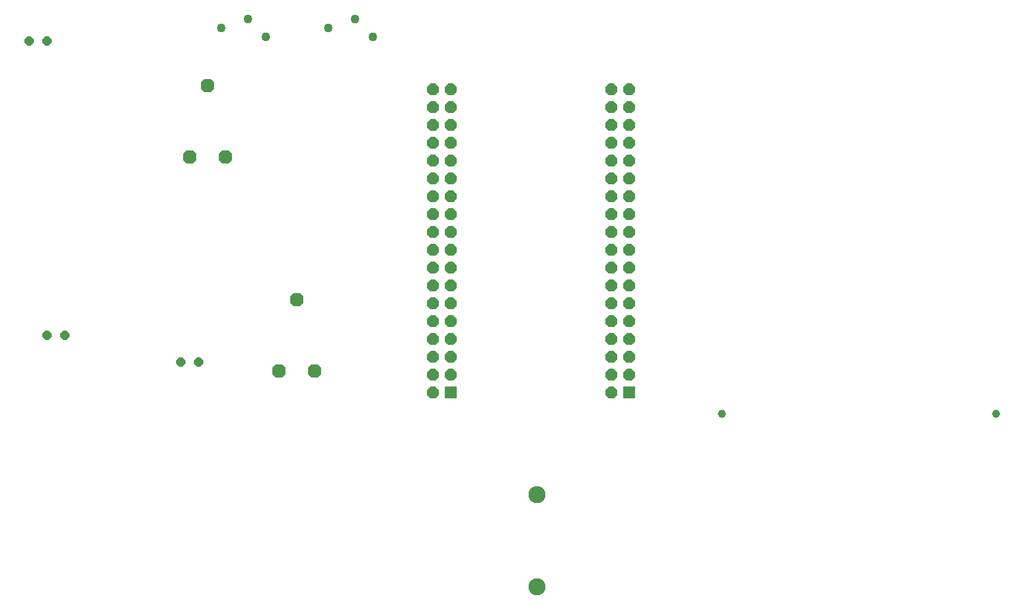
<source format=gbr>
G04 EAGLE Gerber RS-274X export*
G75*
%MOMM*%
%FSLAX34Y34*%
%LPD*%
%INSoldermask Bottom*%
%IPPOS*%
%AMOC8*
5,1,8,0,0,1.08239X$1,22.5*%
G01*
%ADD10C,1.152400*%
%ADD11P,1.396628X8X22.500000*%
%ADD12P,2.089446X8X22.500000*%
%ADD13C,1.272400*%
%ADD14R,1.676400X1.676400*%
%ADD15P,1.814519X8X112.500000*%
%ADD16C,2.452400*%


D10*
X1125800Y371600D03*
X1515800Y371600D03*
D11*
X139700Y901700D03*
X165100Y901700D03*
X165100Y482600D03*
X190500Y482600D03*
X355600Y444500D03*
X381000Y444500D03*
D12*
X495300Y431800D03*
X546100Y431800D03*
X520700Y533400D03*
X368300Y736600D03*
X419100Y736600D03*
X393700Y838200D03*
D13*
X603400Y933400D03*
X565150Y920750D03*
X628650Y908050D03*
X451000Y933400D03*
X412750Y920750D03*
X476250Y908050D03*
D14*
X993400Y402000D03*
D15*
X968000Y402000D03*
X993400Y427400D03*
X968000Y427400D03*
X993400Y452800D03*
X968000Y452800D03*
X993400Y478200D03*
X968000Y478200D03*
X993400Y503600D03*
X968000Y503600D03*
X993400Y529000D03*
X968000Y529000D03*
X993400Y554400D03*
X968000Y554400D03*
X993400Y579800D03*
X968000Y579800D03*
X993400Y605200D03*
X968000Y605200D03*
X993400Y630600D03*
X968000Y630600D03*
X993400Y656000D03*
X968000Y656000D03*
X993400Y681400D03*
X968000Y681400D03*
X993400Y706800D03*
X968000Y706800D03*
X993400Y732200D03*
X968000Y732200D03*
X993400Y757600D03*
X968000Y757600D03*
X993400Y783000D03*
X968000Y783000D03*
X993400Y808400D03*
X968000Y808400D03*
X993400Y833800D03*
X968000Y833800D03*
D14*
X739400Y402000D03*
D15*
X714000Y402000D03*
X739400Y427400D03*
X714000Y427400D03*
X739400Y452800D03*
X714000Y452800D03*
X739400Y478200D03*
X714000Y478200D03*
X739400Y503600D03*
X714000Y503600D03*
X739400Y529000D03*
X714000Y529000D03*
X739400Y554400D03*
X714000Y554400D03*
X739400Y579800D03*
X714000Y579800D03*
X739400Y605200D03*
X714000Y605200D03*
X739400Y630600D03*
X714000Y630600D03*
X739400Y656000D03*
X714000Y656000D03*
X739400Y681400D03*
X714000Y681400D03*
X739400Y706800D03*
X714000Y706800D03*
X739400Y732200D03*
X714000Y732200D03*
X739400Y757600D03*
X714000Y757600D03*
X739400Y783000D03*
X714000Y783000D03*
X739400Y808400D03*
X714000Y808400D03*
X739400Y833800D03*
X714000Y833800D03*
D16*
X862400Y124800D03*
X862400Y256200D03*
M02*

</source>
